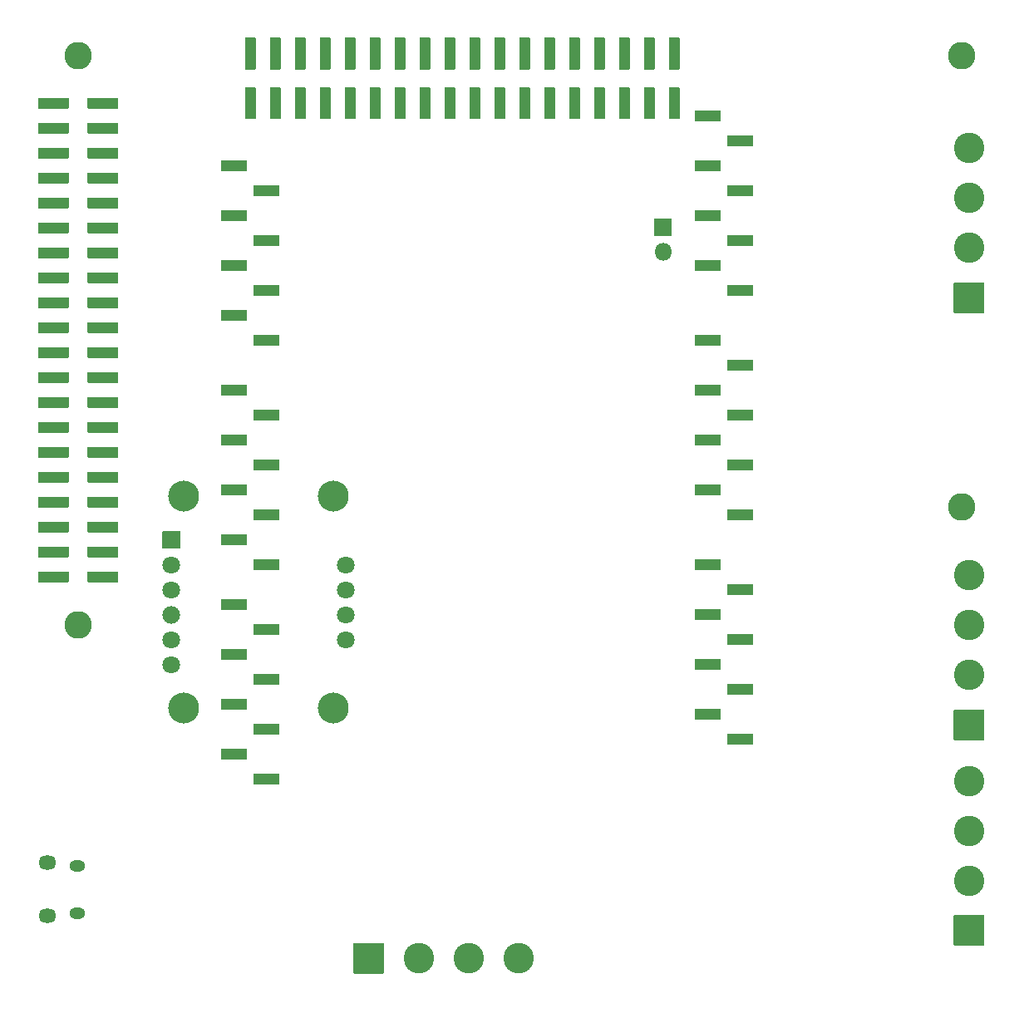
<source format=gbr>
G04 #@! TF.GenerationSoftware,KiCad,Pcbnew,5.99.0-unknown-1463dd1~101~ubuntu20.04.1*
G04 #@! TF.CreationDate,2020-07-08T00:09:36-04:00*
G04 #@! TF.ProjectId,goldhat,676f6c64-6861-4742-9e6b-696361645f70,rev?*
G04 #@! TF.SameCoordinates,Original*
G04 #@! TF.FileFunction,Soldermask,Bot*
G04 #@! TF.FilePolarity,Negative*
%FSLAX46Y46*%
G04 Gerber Fmt 4.6, Leading zero omitted, Abs format (unit mm)*
G04 Created by KiCad (PCBNEW 5.99.0-unknown-1463dd1~101~ubuntu20.04.1) date 2020-07-08 00:09:36*
%MOMM*%
%LPD*%
G01*
G04 APERTURE LIST*
%ADD10C,3.102000*%
%ADD11O,1.802000X1.802000*%
%ADD12C,3.150000*%
%ADD13C,1.802000*%
%ADD14C,2.802000*%
%ADD15O,1.802000X1.452000*%
%ADD16O,1.602000X1.202000*%
G04 APERTURE END LIST*
D10*
X195750000Y-113445250D03*
G36*
G01*
X197248266Y-130236250D02*
X194251734Y-130236250D01*
G75*
G02*
X194199000Y-130183516I0J52734D01*
G01*
X194199000Y-127186984D01*
G75*
G02*
X194251734Y-127134250I52734J0D01*
G01*
X197248266Y-127134250D01*
G75*
G02*
X197301000Y-127186984I0J-52734D01*
G01*
X197301000Y-130183516D01*
G75*
G02*
X197248266Y-130236250I-52734J0D01*
G01*
G37*
X195750000Y-118525250D03*
X195750000Y-123605250D03*
D11*
X164575000Y-124025000D03*
G36*
G01*
X163674000Y-122331940D02*
X163674000Y-120638060D01*
G75*
G02*
X163728060Y-120584000I54060J0D01*
G01*
X165421940Y-120584000D01*
G75*
G02*
X165476000Y-120638060I0J-54060D01*
G01*
X165476000Y-122331940D01*
G75*
G02*
X165421940Y-122386000I-54060J0D01*
G01*
X163728060Y-122386000D01*
G75*
G02*
X163674000Y-122331940I0J54060D01*
G01*
G37*
G36*
G01*
X113589000Y-154201940D02*
X113589000Y-152508060D01*
G75*
G02*
X113643060Y-152454000I54060J0D01*
G01*
X115336940Y-152454000D01*
G75*
G02*
X115391000Y-152508060I0J-54060D01*
G01*
X115391000Y-154201940D01*
G75*
G02*
X115336940Y-154256000I-54060J0D01*
G01*
X113643060Y-154256000D01*
G75*
G02*
X113589000Y-154201940I0J54060D01*
G01*
G37*
X114490000Y-160975000D03*
D12*
X115760000Y-148910000D03*
X131000000Y-170500000D03*
X115760000Y-170500000D03*
X131000000Y-148910000D03*
D13*
X132270000Y-155895000D03*
X132270000Y-158435000D03*
X132270000Y-160975000D03*
X132270000Y-163515000D03*
X114490000Y-166055000D03*
X114490000Y-163515000D03*
X114490000Y-160975000D03*
X114490000Y-158435000D03*
X114490000Y-155895000D03*
G36*
G01*
X171149000Y-158914798D02*
X171149000Y-157925202D01*
G75*
G02*
X171205202Y-157869000I56202J0D01*
G01*
X173704798Y-157869000D01*
G75*
G02*
X173761000Y-157925202I0J-56202D01*
G01*
X173761000Y-158914798D01*
G75*
G02*
X173704798Y-158971000I-56202J0D01*
G01*
X171205202Y-158971000D01*
G75*
G02*
X171149000Y-158914798I0J56202D01*
G01*
G37*
G36*
G01*
X171149000Y-163994798D02*
X171149000Y-163005202D01*
G75*
G02*
X171205202Y-162949000I56202J0D01*
G01*
X173704798Y-162949000D01*
G75*
G02*
X173761000Y-163005202I0J-56202D01*
G01*
X173761000Y-163994798D01*
G75*
G02*
X173704798Y-164051000I-56202J0D01*
G01*
X171205202Y-164051000D01*
G75*
G02*
X171149000Y-163994798I0J56202D01*
G01*
G37*
G36*
G01*
X171149000Y-169074798D02*
X171149000Y-168085202D01*
G75*
G02*
X171205202Y-168029000I56202J0D01*
G01*
X173704798Y-168029000D01*
G75*
G02*
X173761000Y-168085202I0J-56202D01*
G01*
X173761000Y-169074798D01*
G75*
G02*
X173704798Y-169131000I-56202J0D01*
G01*
X171205202Y-169131000D01*
G75*
G02*
X171149000Y-169074798I0J56202D01*
G01*
G37*
G36*
G01*
X171149000Y-174154798D02*
X171149000Y-173165202D01*
G75*
G02*
X171205202Y-173109000I56202J0D01*
G01*
X173704798Y-173109000D01*
G75*
G02*
X173761000Y-173165202I0J-56202D01*
G01*
X173761000Y-174154798D01*
G75*
G02*
X173704798Y-174211000I-56202J0D01*
G01*
X171205202Y-174211000D01*
G75*
G02*
X171149000Y-174154798I0J56202D01*
G01*
G37*
G36*
G01*
X167839000Y-156374798D02*
X167839000Y-155385202D01*
G75*
G02*
X167895202Y-155329000I56202J0D01*
G01*
X170394798Y-155329000D01*
G75*
G02*
X170451000Y-155385202I0J-56202D01*
G01*
X170451000Y-156374798D01*
G75*
G02*
X170394798Y-156431000I-56202J0D01*
G01*
X167895202Y-156431000D01*
G75*
G02*
X167839000Y-156374798I0J56202D01*
G01*
G37*
G36*
G01*
X167839000Y-161454798D02*
X167839000Y-160465202D01*
G75*
G02*
X167895202Y-160409000I56202J0D01*
G01*
X170394798Y-160409000D01*
G75*
G02*
X170451000Y-160465202I0J-56202D01*
G01*
X170451000Y-161454798D01*
G75*
G02*
X170394798Y-161511000I-56202J0D01*
G01*
X167895202Y-161511000D01*
G75*
G02*
X167839000Y-161454798I0J56202D01*
G01*
G37*
G36*
G01*
X167839000Y-166534798D02*
X167839000Y-165545202D01*
G75*
G02*
X167895202Y-165489000I56202J0D01*
G01*
X170394798Y-165489000D01*
G75*
G02*
X170451000Y-165545202I0J-56202D01*
G01*
X170451000Y-166534798D01*
G75*
G02*
X170394798Y-166591000I-56202J0D01*
G01*
X167895202Y-166591000D01*
G75*
G02*
X167839000Y-166534798I0J56202D01*
G01*
G37*
G36*
G01*
X167839000Y-171614798D02*
X167839000Y-170625202D01*
G75*
G02*
X167895202Y-170569000I56202J0D01*
G01*
X170394798Y-170569000D01*
G75*
G02*
X170451000Y-170625202I0J-56202D01*
G01*
X170451000Y-171614798D01*
G75*
G02*
X170394798Y-171671000I-56202J0D01*
G01*
X167895202Y-171671000D01*
G75*
G02*
X167839000Y-171614798I0J56202D01*
G01*
G37*
D14*
X195000000Y-104000000D03*
X195000000Y-150000000D03*
X105000000Y-162000000D03*
X105000000Y-104000000D03*
G36*
G01*
X171149000Y-113194798D02*
X171149000Y-112205202D01*
G75*
G02*
X171205202Y-112149000I56202J0D01*
G01*
X173704798Y-112149000D01*
G75*
G02*
X173761000Y-112205202I0J-56202D01*
G01*
X173761000Y-113194798D01*
G75*
G02*
X173704798Y-113251000I-56202J0D01*
G01*
X171205202Y-113251000D01*
G75*
G02*
X171149000Y-113194798I0J56202D01*
G01*
G37*
G36*
G01*
X171149000Y-118274798D02*
X171149000Y-117285202D01*
G75*
G02*
X171205202Y-117229000I56202J0D01*
G01*
X173704798Y-117229000D01*
G75*
G02*
X173761000Y-117285202I0J-56202D01*
G01*
X173761000Y-118274798D01*
G75*
G02*
X173704798Y-118331000I-56202J0D01*
G01*
X171205202Y-118331000D01*
G75*
G02*
X171149000Y-118274798I0J56202D01*
G01*
G37*
G36*
G01*
X171149000Y-123354798D02*
X171149000Y-122365202D01*
G75*
G02*
X171205202Y-122309000I56202J0D01*
G01*
X173704798Y-122309000D01*
G75*
G02*
X173761000Y-122365202I0J-56202D01*
G01*
X173761000Y-123354798D01*
G75*
G02*
X173704798Y-123411000I-56202J0D01*
G01*
X171205202Y-123411000D01*
G75*
G02*
X171149000Y-123354798I0J56202D01*
G01*
G37*
G36*
G01*
X171149000Y-128434798D02*
X171149000Y-127445202D01*
G75*
G02*
X171205202Y-127389000I56202J0D01*
G01*
X173704798Y-127389000D01*
G75*
G02*
X173761000Y-127445202I0J-56202D01*
G01*
X173761000Y-128434798D01*
G75*
G02*
X173704798Y-128491000I-56202J0D01*
G01*
X171205202Y-128491000D01*
G75*
G02*
X171149000Y-128434798I0J56202D01*
G01*
G37*
G36*
G01*
X167839000Y-110654798D02*
X167839000Y-109665202D01*
G75*
G02*
X167895202Y-109609000I56202J0D01*
G01*
X170394798Y-109609000D01*
G75*
G02*
X170451000Y-109665202I0J-56202D01*
G01*
X170451000Y-110654798D01*
G75*
G02*
X170394798Y-110711000I-56202J0D01*
G01*
X167895202Y-110711000D01*
G75*
G02*
X167839000Y-110654798I0J56202D01*
G01*
G37*
G36*
G01*
X167839000Y-115734798D02*
X167839000Y-114745202D01*
G75*
G02*
X167895202Y-114689000I56202J0D01*
G01*
X170394798Y-114689000D01*
G75*
G02*
X170451000Y-114745202I0J-56202D01*
G01*
X170451000Y-115734798D01*
G75*
G02*
X170394798Y-115791000I-56202J0D01*
G01*
X167895202Y-115791000D01*
G75*
G02*
X167839000Y-115734798I0J56202D01*
G01*
G37*
G36*
G01*
X167839000Y-120814798D02*
X167839000Y-119825202D01*
G75*
G02*
X167895202Y-119769000I56202J0D01*
G01*
X170394798Y-119769000D01*
G75*
G02*
X170451000Y-119825202I0J-56202D01*
G01*
X170451000Y-120814798D01*
G75*
G02*
X170394798Y-120871000I-56202J0D01*
G01*
X167895202Y-120871000D01*
G75*
G02*
X167839000Y-120814798I0J56202D01*
G01*
G37*
G36*
G01*
X167839000Y-125894798D02*
X167839000Y-124905202D01*
G75*
G02*
X167895202Y-124849000I56202J0D01*
G01*
X170394798Y-124849000D01*
G75*
G02*
X170451000Y-124905202I0J-56202D01*
G01*
X170451000Y-125894798D01*
G75*
G02*
X170394798Y-125951000I-56202J0D01*
G01*
X167895202Y-125951000D01*
G75*
G02*
X167839000Y-125894798I0J56202D01*
G01*
G37*
G36*
G01*
X165225202Y-107249000D02*
X166214798Y-107249000D01*
G75*
G02*
X166271000Y-107305202I0J-56202D01*
G01*
X166271000Y-110444798D01*
G75*
G02*
X166214798Y-110501000I-56202J0D01*
G01*
X165225202Y-110501000D01*
G75*
G02*
X165169000Y-110444798I0J56202D01*
G01*
X165169000Y-107305202D01*
G75*
G02*
X165225202Y-107249000I56202J0D01*
G01*
G37*
G36*
G01*
X165225202Y-102199000D02*
X166214798Y-102199000D01*
G75*
G02*
X166271000Y-102255202I0J-56202D01*
G01*
X166271000Y-105394798D01*
G75*
G02*
X166214798Y-105451000I-56202J0D01*
G01*
X165225202Y-105451000D01*
G75*
G02*
X165169000Y-105394798I0J56202D01*
G01*
X165169000Y-102255202D01*
G75*
G02*
X165225202Y-102199000I56202J0D01*
G01*
G37*
G36*
G01*
X162685202Y-107249000D02*
X163674798Y-107249000D01*
G75*
G02*
X163731000Y-107305202I0J-56202D01*
G01*
X163731000Y-110444798D01*
G75*
G02*
X163674798Y-110501000I-56202J0D01*
G01*
X162685202Y-110501000D01*
G75*
G02*
X162629000Y-110444798I0J56202D01*
G01*
X162629000Y-107305202D01*
G75*
G02*
X162685202Y-107249000I56202J0D01*
G01*
G37*
G36*
G01*
X162685202Y-102199000D02*
X163674798Y-102199000D01*
G75*
G02*
X163731000Y-102255202I0J-56202D01*
G01*
X163731000Y-105394798D01*
G75*
G02*
X163674798Y-105451000I-56202J0D01*
G01*
X162685202Y-105451000D01*
G75*
G02*
X162629000Y-105394798I0J56202D01*
G01*
X162629000Y-102255202D01*
G75*
G02*
X162685202Y-102199000I56202J0D01*
G01*
G37*
G36*
G01*
X160145202Y-107249000D02*
X161134798Y-107249000D01*
G75*
G02*
X161191000Y-107305202I0J-56202D01*
G01*
X161191000Y-110444798D01*
G75*
G02*
X161134798Y-110501000I-56202J0D01*
G01*
X160145202Y-110501000D01*
G75*
G02*
X160089000Y-110444798I0J56202D01*
G01*
X160089000Y-107305202D01*
G75*
G02*
X160145202Y-107249000I56202J0D01*
G01*
G37*
G36*
G01*
X160145202Y-102199000D02*
X161134798Y-102199000D01*
G75*
G02*
X161191000Y-102255202I0J-56202D01*
G01*
X161191000Y-105394798D01*
G75*
G02*
X161134798Y-105451000I-56202J0D01*
G01*
X160145202Y-105451000D01*
G75*
G02*
X160089000Y-105394798I0J56202D01*
G01*
X160089000Y-102255202D01*
G75*
G02*
X160145202Y-102199000I56202J0D01*
G01*
G37*
G36*
G01*
X157605202Y-107249000D02*
X158594798Y-107249000D01*
G75*
G02*
X158651000Y-107305202I0J-56202D01*
G01*
X158651000Y-110444798D01*
G75*
G02*
X158594798Y-110501000I-56202J0D01*
G01*
X157605202Y-110501000D01*
G75*
G02*
X157549000Y-110444798I0J56202D01*
G01*
X157549000Y-107305202D01*
G75*
G02*
X157605202Y-107249000I56202J0D01*
G01*
G37*
G36*
G01*
X157605202Y-102199000D02*
X158594798Y-102199000D01*
G75*
G02*
X158651000Y-102255202I0J-56202D01*
G01*
X158651000Y-105394798D01*
G75*
G02*
X158594798Y-105451000I-56202J0D01*
G01*
X157605202Y-105451000D01*
G75*
G02*
X157549000Y-105394798I0J56202D01*
G01*
X157549000Y-102255202D01*
G75*
G02*
X157605202Y-102199000I56202J0D01*
G01*
G37*
G36*
G01*
X155065202Y-107249000D02*
X156054798Y-107249000D01*
G75*
G02*
X156111000Y-107305202I0J-56202D01*
G01*
X156111000Y-110444798D01*
G75*
G02*
X156054798Y-110501000I-56202J0D01*
G01*
X155065202Y-110501000D01*
G75*
G02*
X155009000Y-110444798I0J56202D01*
G01*
X155009000Y-107305202D01*
G75*
G02*
X155065202Y-107249000I56202J0D01*
G01*
G37*
G36*
G01*
X155065202Y-102199000D02*
X156054798Y-102199000D01*
G75*
G02*
X156111000Y-102255202I0J-56202D01*
G01*
X156111000Y-105394798D01*
G75*
G02*
X156054798Y-105451000I-56202J0D01*
G01*
X155065202Y-105451000D01*
G75*
G02*
X155009000Y-105394798I0J56202D01*
G01*
X155009000Y-102255202D01*
G75*
G02*
X155065202Y-102199000I56202J0D01*
G01*
G37*
G36*
G01*
X152525202Y-107249000D02*
X153514798Y-107249000D01*
G75*
G02*
X153571000Y-107305202I0J-56202D01*
G01*
X153571000Y-110444798D01*
G75*
G02*
X153514798Y-110501000I-56202J0D01*
G01*
X152525202Y-110501000D01*
G75*
G02*
X152469000Y-110444798I0J56202D01*
G01*
X152469000Y-107305202D01*
G75*
G02*
X152525202Y-107249000I56202J0D01*
G01*
G37*
G36*
G01*
X152525202Y-102199000D02*
X153514798Y-102199000D01*
G75*
G02*
X153571000Y-102255202I0J-56202D01*
G01*
X153571000Y-105394798D01*
G75*
G02*
X153514798Y-105451000I-56202J0D01*
G01*
X152525202Y-105451000D01*
G75*
G02*
X152469000Y-105394798I0J56202D01*
G01*
X152469000Y-102255202D01*
G75*
G02*
X152525202Y-102199000I56202J0D01*
G01*
G37*
G36*
G01*
X149985202Y-107249000D02*
X150974798Y-107249000D01*
G75*
G02*
X151031000Y-107305202I0J-56202D01*
G01*
X151031000Y-110444798D01*
G75*
G02*
X150974798Y-110501000I-56202J0D01*
G01*
X149985202Y-110501000D01*
G75*
G02*
X149929000Y-110444798I0J56202D01*
G01*
X149929000Y-107305202D01*
G75*
G02*
X149985202Y-107249000I56202J0D01*
G01*
G37*
G36*
G01*
X149985202Y-102199000D02*
X150974798Y-102199000D01*
G75*
G02*
X151031000Y-102255202I0J-56202D01*
G01*
X151031000Y-105394798D01*
G75*
G02*
X150974798Y-105451000I-56202J0D01*
G01*
X149985202Y-105451000D01*
G75*
G02*
X149929000Y-105394798I0J56202D01*
G01*
X149929000Y-102255202D01*
G75*
G02*
X149985202Y-102199000I56202J0D01*
G01*
G37*
G36*
G01*
X147445202Y-107249000D02*
X148434798Y-107249000D01*
G75*
G02*
X148491000Y-107305202I0J-56202D01*
G01*
X148491000Y-110444798D01*
G75*
G02*
X148434798Y-110501000I-56202J0D01*
G01*
X147445202Y-110501000D01*
G75*
G02*
X147389000Y-110444798I0J56202D01*
G01*
X147389000Y-107305202D01*
G75*
G02*
X147445202Y-107249000I56202J0D01*
G01*
G37*
G36*
G01*
X147445202Y-102199000D02*
X148434798Y-102199000D01*
G75*
G02*
X148491000Y-102255202I0J-56202D01*
G01*
X148491000Y-105394798D01*
G75*
G02*
X148434798Y-105451000I-56202J0D01*
G01*
X147445202Y-105451000D01*
G75*
G02*
X147389000Y-105394798I0J56202D01*
G01*
X147389000Y-102255202D01*
G75*
G02*
X147445202Y-102199000I56202J0D01*
G01*
G37*
G36*
G01*
X144905202Y-107249000D02*
X145894798Y-107249000D01*
G75*
G02*
X145951000Y-107305202I0J-56202D01*
G01*
X145951000Y-110444798D01*
G75*
G02*
X145894798Y-110501000I-56202J0D01*
G01*
X144905202Y-110501000D01*
G75*
G02*
X144849000Y-110444798I0J56202D01*
G01*
X144849000Y-107305202D01*
G75*
G02*
X144905202Y-107249000I56202J0D01*
G01*
G37*
G36*
G01*
X144905202Y-102199000D02*
X145894798Y-102199000D01*
G75*
G02*
X145951000Y-102255202I0J-56202D01*
G01*
X145951000Y-105394798D01*
G75*
G02*
X145894798Y-105451000I-56202J0D01*
G01*
X144905202Y-105451000D01*
G75*
G02*
X144849000Y-105394798I0J56202D01*
G01*
X144849000Y-102255202D01*
G75*
G02*
X144905202Y-102199000I56202J0D01*
G01*
G37*
G36*
G01*
X142365202Y-107249000D02*
X143354798Y-107249000D01*
G75*
G02*
X143411000Y-107305202I0J-56202D01*
G01*
X143411000Y-110444798D01*
G75*
G02*
X143354798Y-110501000I-56202J0D01*
G01*
X142365202Y-110501000D01*
G75*
G02*
X142309000Y-110444798I0J56202D01*
G01*
X142309000Y-107305202D01*
G75*
G02*
X142365202Y-107249000I56202J0D01*
G01*
G37*
G36*
G01*
X142365202Y-102199000D02*
X143354798Y-102199000D01*
G75*
G02*
X143411000Y-102255202I0J-56202D01*
G01*
X143411000Y-105394798D01*
G75*
G02*
X143354798Y-105451000I-56202J0D01*
G01*
X142365202Y-105451000D01*
G75*
G02*
X142309000Y-105394798I0J56202D01*
G01*
X142309000Y-102255202D01*
G75*
G02*
X142365202Y-102199000I56202J0D01*
G01*
G37*
G36*
G01*
X139825202Y-107249000D02*
X140814798Y-107249000D01*
G75*
G02*
X140871000Y-107305202I0J-56202D01*
G01*
X140871000Y-110444798D01*
G75*
G02*
X140814798Y-110501000I-56202J0D01*
G01*
X139825202Y-110501000D01*
G75*
G02*
X139769000Y-110444798I0J56202D01*
G01*
X139769000Y-107305202D01*
G75*
G02*
X139825202Y-107249000I56202J0D01*
G01*
G37*
G36*
G01*
X139825202Y-102199000D02*
X140814798Y-102199000D01*
G75*
G02*
X140871000Y-102255202I0J-56202D01*
G01*
X140871000Y-105394798D01*
G75*
G02*
X140814798Y-105451000I-56202J0D01*
G01*
X139825202Y-105451000D01*
G75*
G02*
X139769000Y-105394798I0J56202D01*
G01*
X139769000Y-102255202D01*
G75*
G02*
X139825202Y-102199000I56202J0D01*
G01*
G37*
G36*
G01*
X137285202Y-107249000D02*
X138274798Y-107249000D01*
G75*
G02*
X138331000Y-107305202I0J-56202D01*
G01*
X138331000Y-110444798D01*
G75*
G02*
X138274798Y-110501000I-56202J0D01*
G01*
X137285202Y-110501000D01*
G75*
G02*
X137229000Y-110444798I0J56202D01*
G01*
X137229000Y-107305202D01*
G75*
G02*
X137285202Y-107249000I56202J0D01*
G01*
G37*
G36*
G01*
X137285202Y-102199000D02*
X138274798Y-102199000D01*
G75*
G02*
X138331000Y-102255202I0J-56202D01*
G01*
X138331000Y-105394798D01*
G75*
G02*
X138274798Y-105451000I-56202J0D01*
G01*
X137285202Y-105451000D01*
G75*
G02*
X137229000Y-105394798I0J56202D01*
G01*
X137229000Y-102255202D01*
G75*
G02*
X137285202Y-102199000I56202J0D01*
G01*
G37*
G36*
G01*
X134745202Y-107249000D02*
X135734798Y-107249000D01*
G75*
G02*
X135791000Y-107305202I0J-56202D01*
G01*
X135791000Y-110444798D01*
G75*
G02*
X135734798Y-110501000I-56202J0D01*
G01*
X134745202Y-110501000D01*
G75*
G02*
X134689000Y-110444798I0J56202D01*
G01*
X134689000Y-107305202D01*
G75*
G02*
X134745202Y-107249000I56202J0D01*
G01*
G37*
G36*
G01*
X134745202Y-102199000D02*
X135734798Y-102199000D01*
G75*
G02*
X135791000Y-102255202I0J-56202D01*
G01*
X135791000Y-105394798D01*
G75*
G02*
X135734798Y-105451000I-56202J0D01*
G01*
X134745202Y-105451000D01*
G75*
G02*
X134689000Y-105394798I0J56202D01*
G01*
X134689000Y-102255202D01*
G75*
G02*
X134745202Y-102199000I56202J0D01*
G01*
G37*
G36*
G01*
X132205202Y-107249000D02*
X133194798Y-107249000D01*
G75*
G02*
X133251000Y-107305202I0J-56202D01*
G01*
X133251000Y-110444798D01*
G75*
G02*
X133194798Y-110501000I-56202J0D01*
G01*
X132205202Y-110501000D01*
G75*
G02*
X132149000Y-110444798I0J56202D01*
G01*
X132149000Y-107305202D01*
G75*
G02*
X132205202Y-107249000I56202J0D01*
G01*
G37*
G36*
G01*
X132205202Y-102199000D02*
X133194798Y-102199000D01*
G75*
G02*
X133251000Y-102255202I0J-56202D01*
G01*
X133251000Y-105394798D01*
G75*
G02*
X133194798Y-105451000I-56202J0D01*
G01*
X132205202Y-105451000D01*
G75*
G02*
X132149000Y-105394798I0J56202D01*
G01*
X132149000Y-102255202D01*
G75*
G02*
X132205202Y-102199000I56202J0D01*
G01*
G37*
G36*
G01*
X129665202Y-107249000D02*
X130654798Y-107249000D01*
G75*
G02*
X130711000Y-107305202I0J-56202D01*
G01*
X130711000Y-110444798D01*
G75*
G02*
X130654798Y-110501000I-56202J0D01*
G01*
X129665202Y-110501000D01*
G75*
G02*
X129609000Y-110444798I0J56202D01*
G01*
X129609000Y-107305202D01*
G75*
G02*
X129665202Y-107249000I56202J0D01*
G01*
G37*
G36*
G01*
X129665202Y-102199000D02*
X130654798Y-102199000D01*
G75*
G02*
X130711000Y-102255202I0J-56202D01*
G01*
X130711000Y-105394798D01*
G75*
G02*
X130654798Y-105451000I-56202J0D01*
G01*
X129665202Y-105451000D01*
G75*
G02*
X129609000Y-105394798I0J56202D01*
G01*
X129609000Y-102255202D01*
G75*
G02*
X129665202Y-102199000I56202J0D01*
G01*
G37*
G36*
G01*
X127125202Y-107249000D02*
X128114798Y-107249000D01*
G75*
G02*
X128171000Y-107305202I0J-56202D01*
G01*
X128171000Y-110444798D01*
G75*
G02*
X128114798Y-110501000I-56202J0D01*
G01*
X127125202Y-110501000D01*
G75*
G02*
X127069000Y-110444798I0J56202D01*
G01*
X127069000Y-107305202D01*
G75*
G02*
X127125202Y-107249000I56202J0D01*
G01*
G37*
G36*
G01*
X127125202Y-102199000D02*
X128114798Y-102199000D01*
G75*
G02*
X128171000Y-102255202I0J-56202D01*
G01*
X128171000Y-105394798D01*
G75*
G02*
X128114798Y-105451000I-56202J0D01*
G01*
X127125202Y-105451000D01*
G75*
G02*
X127069000Y-105394798I0J56202D01*
G01*
X127069000Y-102255202D01*
G75*
G02*
X127125202Y-102199000I56202J0D01*
G01*
G37*
G36*
G01*
X124585202Y-107249000D02*
X125574798Y-107249000D01*
G75*
G02*
X125631000Y-107305202I0J-56202D01*
G01*
X125631000Y-110444798D01*
G75*
G02*
X125574798Y-110501000I-56202J0D01*
G01*
X124585202Y-110501000D01*
G75*
G02*
X124529000Y-110444798I0J56202D01*
G01*
X124529000Y-107305202D01*
G75*
G02*
X124585202Y-107249000I56202J0D01*
G01*
G37*
G36*
G01*
X124585202Y-102199000D02*
X125574798Y-102199000D01*
G75*
G02*
X125631000Y-102255202I0J-56202D01*
G01*
X125631000Y-105394798D01*
G75*
G02*
X125574798Y-105451000I-56202J0D01*
G01*
X124585202Y-105451000D01*
G75*
G02*
X124529000Y-105394798I0J56202D01*
G01*
X124529000Y-102255202D01*
G75*
G02*
X124585202Y-102199000I56202J0D01*
G01*
G37*
G36*
G01*
X122045202Y-107249000D02*
X123034798Y-107249000D01*
G75*
G02*
X123091000Y-107305202I0J-56202D01*
G01*
X123091000Y-110444798D01*
G75*
G02*
X123034798Y-110501000I-56202J0D01*
G01*
X122045202Y-110501000D01*
G75*
G02*
X121989000Y-110444798I0J56202D01*
G01*
X121989000Y-107305202D01*
G75*
G02*
X122045202Y-107249000I56202J0D01*
G01*
G37*
G36*
G01*
X122045202Y-102199000D02*
X123034798Y-102199000D01*
G75*
G02*
X123091000Y-102255202I0J-56202D01*
G01*
X123091000Y-105394798D01*
G75*
G02*
X123034798Y-105451000I-56202J0D01*
G01*
X122045202Y-105451000D01*
G75*
G02*
X121989000Y-105394798I0J56202D01*
G01*
X121989000Y-102255202D01*
G75*
G02*
X122045202Y-102199000I56202J0D01*
G01*
G37*
G36*
G01*
X100929000Y-109364798D02*
X100929000Y-108375202D01*
G75*
G02*
X100985202Y-108319000I56202J0D01*
G01*
X103974798Y-108319000D01*
G75*
G02*
X104031000Y-108375202I0J-56202D01*
G01*
X104031000Y-109364798D01*
G75*
G02*
X103974798Y-109421000I-56202J0D01*
G01*
X100985202Y-109421000D01*
G75*
G02*
X100929000Y-109364798I0J56202D01*
G01*
G37*
G36*
G01*
X105969000Y-109364798D02*
X105969000Y-108375202D01*
G75*
G02*
X106025202Y-108319000I56202J0D01*
G01*
X109014798Y-108319000D01*
G75*
G02*
X109071000Y-108375202I0J-56202D01*
G01*
X109071000Y-109364798D01*
G75*
G02*
X109014798Y-109421000I-56202J0D01*
G01*
X106025202Y-109421000D01*
G75*
G02*
X105969000Y-109364798I0J56202D01*
G01*
G37*
G36*
G01*
X100929000Y-111904798D02*
X100929000Y-110915202D01*
G75*
G02*
X100985202Y-110859000I56202J0D01*
G01*
X103974798Y-110859000D01*
G75*
G02*
X104031000Y-110915202I0J-56202D01*
G01*
X104031000Y-111904798D01*
G75*
G02*
X103974798Y-111961000I-56202J0D01*
G01*
X100985202Y-111961000D01*
G75*
G02*
X100929000Y-111904798I0J56202D01*
G01*
G37*
G36*
G01*
X105969000Y-111904798D02*
X105969000Y-110915202D01*
G75*
G02*
X106025202Y-110859000I56202J0D01*
G01*
X109014798Y-110859000D01*
G75*
G02*
X109071000Y-110915202I0J-56202D01*
G01*
X109071000Y-111904798D01*
G75*
G02*
X109014798Y-111961000I-56202J0D01*
G01*
X106025202Y-111961000D01*
G75*
G02*
X105969000Y-111904798I0J56202D01*
G01*
G37*
G36*
G01*
X100929000Y-114444798D02*
X100929000Y-113455202D01*
G75*
G02*
X100985202Y-113399000I56202J0D01*
G01*
X103974798Y-113399000D01*
G75*
G02*
X104031000Y-113455202I0J-56202D01*
G01*
X104031000Y-114444798D01*
G75*
G02*
X103974798Y-114501000I-56202J0D01*
G01*
X100985202Y-114501000D01*
G75*
G02*
X100929000Y-114444798I0J56202D01*
G01*
G37*
G36*
G01*
X105969000Y-114444798D02*
X105969000Y-113455202D01*
G75*
G02*
X106025202Y-113399000I56202J0D01*
G01*
X109014798Y-113399000D01*
G75*
G02*
X109071000Y-113455202I0J-56202D01*
G01*
X109071000Y-114444798D01*
G75*
G02*
X109014798Y-114501000I-56202J0D01*
G01*
X106025202Y-114501000D01*
G75*
G02*
X105969000Y-114444798I0J56202D01*
G01*
G37*
G36*
G01*
X100929000Y-116984798D02*
X100929000Y-115995202D01*
G75*
G02*
X100985202Y-115939000I56202J0D01*
G01*
X103974798Y-115939000D01*
G75*
G02*
X104031000Y-115995202I0J-56202D01*
G01*
X104031000Y-116984798D01*
G75*
G02*
X103974798Y-117041000I-56202J0D01*
G01*
X100985202Y-117041000D01*
G75*
G02*
X100929000Y-116984798I0J56202D01*
G01*
G37*
G36*
G01*
X105969000Y-116984798D02*
X105969000Y-115995202D01*
G75*
G02*
X106025202Y-115939000I56202J0D01*
G01*
X109014798Y-115939000D01*
G75*
G02*
X109071000Y-115995202I0J-56202D01*
G01*
X109071000Y-116984798D01*
G75*
G02*
X109014798Y-117041000I-56202J0D01*
G01*
X106025202Y-117041000D01*
G75*
G02*
X105969000Y-116984798I0J56202D01*
G01*
G37*
G36*
G01*
X100929000Y-119524798D02*
X100929000Y-118535202D01*
G75*
G02*
X100985202Y-118479000I56202J0D01*
G01*
X103974798Y-118479000D01*
G75*
G02*
X104031000Y-118535202I0J-56202D01*
G01*
X104031000Y-119524798D01*
G75*
G02*
X103974798Y-119581000I-56202J0D01*
G01*
X100985202Y-119581000D01*
G75*
G02*
X100929000Y-119524798I0J56202D01*
G01*
G37*
G36*
G01*
X105969000Y-119524798D02*
X105969000Y-118535202D01*
G75*
G02*
X106025202Y-118479000I56202J0D01*
G01*
X109014798Y-118479000D01*
G75*
G02*
X109071000Y-118535202I0J-56202D01*
G01*
X109071000Y-119524798D01*
G75*
G02*
X109014798Y-119581000I-56202J0D01*
G01*
X106025202Y-119581000D01*
G75*
G02*
X105969000Y-119524798I0J56202D01*
G01*
G37*
G36*
G01*
X100929000Y-122064798D02*
X100929000Y-121075202D01*
G75*
G02*
X100985202Y-121019000I56202J0D01*
G01*
X103974798Y-121019000D01*
G75*
G02*
X104031000Y-121075202I0J-56202D01*
G01*
X104031000Y-122064798D01*
G75*
G02*
X103974798Y-122121000I-56202J0D01*
G01*
X100985202Y-122121000D01*
G75*
G02*
X100929000Y-122064798I0J56202D01*
G01*
G37*
G36*
G01*
X105969000Y-122064798D02*
X105969000Y-121075202D01*
G75*
G02*
X106025202Y-121019000I56202J0D01*
G01*
X109014798Y-121019000D01*
G75*
G02*
X109071000Y-121075202I0J-56202D01*
G01*
X109071000Y-122064798D01*
G75*
G02*
X109014798Y-122121000I-56202J0D01*
G01*
X106025202Y-122121000D01*
G75*
G02*
X105969000Y-122064798I0J56202D01*
G01*
G37*
G36*
G01*
X100929000Y-124604798D02*
X100929000Y-123615202D01*
G75*
G02*
X100985202Y-123559000I56202J0D01*
G01*
X103974798Y-123559000D01*
G75*
G02*
X104031000Y-123615202I0J-56202D01*
G01*
X104031000Y-124604798D01*
G75*
G02*
X103974798Y-124661000I-56202J0D01*
G01*
X100985202Y-124661000D01*
G75*
G02*
X100929000Y-124604798I0J56202D01*
G01*
G37*
G36*
G01*
X105969000Y-124604798D02*
X105969000Y-123615202D01*
G75*
G02*
X106025202Y-123559000I56202J0D01*
G01*
X109014798Y-123559000D01*
G75*
G02*
X109071000Y-123615202I0J-56202D01*
G01*
X109071000Y-124604798D01*
G75*
G02*
X109014798Y-124661000I-56202J0D01*
G01*
X106025202Y-124661000D01*
G75*
G02*
X105969000Y-124604798I0J56202D01*
G01*
G37*
G36*
G01*
X100929000Y-127144798D02*
X100929000Y-126155202D01*
G75*
G02*
X100985202Y-126099000I56202J0D01*
G01*
X103974798Y-126099000D01*
G75*
G02*
X104031000Y-126155202I0J-56202D01*
G01*
X104031000Y-127144798D01*
G75*
G02*
X103974798Y-127201000I-56202J0D01*
G01*
X100985202Y-127201000D01*
G75*
G02*
X100929000Y-127144798I0J56202D01*
G01*
G37*
G36*
G01*
X105969000Y-127144798D02*
X105969000Y-126155202D01*
G75*
G02*
X106025202Y-126099000I56202J0D01*
G01*
X109014798Y-126099000D01*
G75*
G02*
X109071000Y-126155202I0J-56202D01*
G01*
X109071000Y-127144798D01*
G75*
G02*
X109014798Y-127201000I-56202J0D01*
G01*
X106025202Y-127201000D01*
G75*
G02*
X105969000Y-127144798I0J56202D01*
G01*
G37*
G36*
G01*
X100929000Y-129684798D02*
X100929000Y-128695202D01*
G75*
G02*
X100985202Y-128639000I56202J0D01*
G01*
X103974798Y-128639000D01*
G75*
G02*
X104031000Y-128695202I0J-56202D01*
G01*
X104031000Y-129684798D01*
G75*
G02*
X103974798Y-129741000I-56202J0D01*
G01*
X100985202Y-129741000D01*
G75*
G02*
X100929000Y-129684798I0J56202D01*
G01*
G37*
G36*
G01*
X105969000Y-129684798D02*
X105969000Y-128695202D01*
G75*
G02*
X106025202Y-128639000I56202J0D01*
G01*
X109014798Y-128639000D01*
G75*
G02*
X109071000Y-128695202I0J-56202D01*
G01*
X109071000Y-129684798D01*
G75*
G02*
X109014798Y-129741000I-56202J0D01*
G01*
X106025202Y-129741000D01*
G75*
G02*
X105969000Y-129684798I0J56202D01*
G01*
G37*
G36*
G01*
X100929000Y-132224798D02*
X100929000Y-131235202D01*
G75*
G02*
X100985202Y-131179000I56202J0D01*
G01*
X103974798Y-131179000D01*
G75*
G02*
X104031000Y-131235202I0J-56202D01*
G01*
X104031000Y-132224798D01*
G75*
G02*
X103974798Y-132281000I-56202J0D01*
G01*
X100985202Y-132281000D01*
G75*
G02*
X100929000Y-132224798I0J56202D01*
G01*
G37*
G36*
G01*
X105969000Y-132224798D02*
X105969000Y-131235202D01*
G75*
G02*
X106025202Y-131179000I56202J0D01*
G01*
X109014798Y-131179000D01*
G75*
G02*
X109071000Y-131235202I0J-56202D01*
G01*
X109071000Y-132224798D01*
G75*
G02*
X109014798Y-132281000I-56202J0D01*
G01*
X106025202Y-132281000D01*
G75*
G02*
X105969000Y-132224798I0J56202D01*
G01*
G37*
G36*
G01*
X100929000Y-134764798D02*
X100929000Y-133775202D01*
G75*
G02*
X100985202Y-133719000I56202J0D01*
G01*
X103974798Y-133719000D01*
G75*
G02*
X104031000Y-133775202I0J-56202D01*
G01*
X104031000Y-134764798D01*
G75*
G02*
X103974798Y-134821000I-56202J0D01*
G01*
X100985202Y-134821000D01*
G75*
G02*
X100929000Y-134764798I0J56202D01*
G01*
G37*
G36*
G01*
X105969000Y-134764798D02*
X105969000Y-133775202D01*
G75*
G02*
X106025202Y-133719000I56202J0D01*
G01*
X109014798Y-133719000D01*
G75*
G02*
X109071000Y-133775202I0J-56202D01*
G01*
X109071000Y-134764798D01*
G75*
G02*
X109014798Y-134821000I-56202J0D01*
G01*
X106025202Y-134821000D01*
G75*
G02*
X105969000Y-134764798I0J56202D01*
G01*
G37*
G36*
G01*
X100929000Y-137304798D02*
X100929000Y-136315202D01*
G75*
G02*
X100985202Y-136259000I56202J0D01*
G01*
X103974798Y-136259000D01*
G75*
G02*
X104031000Y-136315202I0J-56202D01*
G01*
X104031000Y-137304798D01*
G75*
G02*
X103974798Y-137361000I-56202J0D01*
G01*
X100985202Y-137361000D01*
G75*
G02*
X100929000Y-137304798I0J56202D01*
G01*
G37*
G36*
G01*
X105969000Y-137304798D02*
X105969000Y-136315202D01*
G75*
G02*
X106025202Y-136259000I56202J0D01*
G01*
X109014798Y-136259000D01*
G75*
G02*
X109071000Y-136315202I0J-56202D01*
G01*
X109071000Y-137304798D01*
G75*
G02*
X109014798Y-137361000I-56202J0D01*
G01*
X106025202Y-137361000D01*
G75*
G02*
X105969000Y-137304798I0J56202D01*
G01*
G37*
G36*
G01*
X100929000Y-139844798D02*
X100929000Y-138855202D01*
G75*
G02*
X100985202Y-138799000I56202J0D01*
G01*
X103974798Y-138799000D01*
G75*
G02*
X104031000Y-138855202I0J-56202D01*
G01*
X104031000Y-139844798D01*
G75*
G02*
X103974798Y-139901000I-56202J0D01*
G01*
X100985202Y-139901000D01*
G75*
G02*
X100929000Y-139844798I0J56202D01*
G01*
G37*
G36*
G01*
X105969000Y-139844798D02*
X105969000Y-138855202D01*
G75*
G02*
X106025202Y-138799000I56202J0D01*
G01*
X109014798Y-138799000D01*
G75*
G02*
X109071000Y-138855202I0J-56202D01*
G01*
X109071000Y-139844798D01*
G75*
G02*
X109014798Y-139901000I-56202J0D01*
G01*
X106025202Y-139901000D01*
G75*
G02*
X105969000Y-139844798I0J56202D01*
G01*
G37*
G36*
G01*
X100929000Y-142384798D02*
X100929000Y-141395202D01*
G75*
G02*
X100985202Y-141339000I56202J0D01*
G01*
X103974798Y-141339000D01*
G75*
G02*
X104031000Y-141395202I0J-56202D01*
G01*
X104031000Y-142384798D01*
G75*
G02*
X103974798Y-142441000I-56202J0D01*
G01*
X100985202Y-142441000D01*
G75*
G02*
X100929000Y-142384798I0J56202D01*
G01*
G37*
G36*
G01*
X105969000Y-142384798D02*
X105969000Y-141395202D01*
G75*
G02*
X106025202Y-141339000I56202J0D01*
G01*
X109014798Y-141339000D01*
G75*
G02*
X109071000Y-141395202I0J-56202D01*
G01*
X109071000Y-142384798D01*
G75*
G02*
X109014798Y-142441000I-56202J0D01*
G01*
X106025202Y-142441000D01*
G75*
G02*
X105969000Y-142384798I0J56202D01*
G01*
G37*
G36*
G01*
X100929000Y-144924798D02*
X100929000Y-143935202D01*
G75*
G02*
X100985202Y-143879000I56202J0D01*
G01*
X103974798Y-143879000D01*
G75*
G02*
X104031000Y-143935202I0J-56202D01*
G01*
X104031000Y-144924798D01*
G75*
G02*
X103974798Y-144981000I-56202J0D01*
G01*
X100985202Y-144981000D01*
G75*
G02*
X100929000Y-144924798I0J56202D01*
G01*
G37*
G36*
G01*
X105969000Y-144924798D02*
X105969000Y-143935202D01*
G75*
G02*
X106025202Y-143879000I56202J0D01*
G01*
X109014798Y-143879000D01*
G75*
G02*
X109071000Y-143935202I0J-56202D01*
G01*
X109071000Y-144924798D01*
G75*
G02*
X109014798Y-144981000I-56202J0D01*
G01*
X106025202Y-144981000D01*
G75*
G02*
X105969000Y-144924798I0J56202D01*
G01*
G37*
G36*
G01*
X100929000Y-147464798D02*
X100929000Y-146475202D01*
G75*
G02*
X100985202Y-146419000I56202J0D01*
G01*
X103974798Y-146419000D01*
G75*
G02*
X104031000Y-146475202I0J-56202D01*
G01*
X104031000Y-147464798D01*
G75*
G02*
X103974798Y-147521000I-56202J0D01*
G01*
X100985202Y-147521000D01*
G75*
G02*
X100929000Y-147464798I0J56202D01*
G01*
G37*
G36*
G01*
X105969000Y-147464798D02*
X105969000Y-146475202D01*
G75*
G02*
X106025202Y-146419000I56202J0D01*
G01*
X109014798Y-146419000D01*
G75*
G02*
X109071000Y-146475202I0J-56202D01*
G01*
X109071000Y-147464798D01*
G75*
G02*
X109014798Y-147521000I-56202J0D01*
G01*
X106025202Y-147521000D01*
G75*
G02*
X105969000Y-147464798I0J56202D01*
G01*
G37*
G36*
G01*
X100929000Y-150004798D02*
X100929000Y-149015202D01*
G75*
G02*
X100985202Y-148959000I56202J0D01*
G01*
X103974798Y-148959000D01*
G75*
G02*
X104031000Y-149015202I0J-56202D01*
G01*
X104031000Y-150004798D01*
G75*
G02*
X103974798Y-150061000I-56202J0D01*
G01*
X100985202Y-150061000D01*
G75*
G02*
X100929000Y-150004798I0J56202D01*
G01*
G37*
G36*
G01*
X105969000Y-150004798D02*
X105969000Y-149015202D01*
G75*
G02*
X106025202Y-148959000I56202J0D01*
G01*
X109014798Y-148959000D01*
G75*
G02*
X109071000Y-149015202I0J-56202D01*
G01*
X109071000Y-150004798D01*
G75*
G02*
X109014798Y-150061000I-56202J0D01*
G01*
X106025202Y-150061000D01*
G75*
G02*
X105969000Y-150004798I0J56202D01*
G01*
G37*
G36*
G01*
X100929000Y-152544798D02*
X100929000Y-151555202D01*
G75*
G02*
X100985202Y-151499000I56202J0D01*
G01*
X103974798Y-151499000D01*
G75*
G02*
X104031000Y-151555202I0J-56202D01*
G01*
X104031000Y-152544798D01*
G75*
G02*
X103974798Y-152601000I-56202J0D01*
G01*
X100985202Y-152601000D01*
G75*
G02*
X100929000Y-152544798I0J56202D01*
G01*
G37*
G36*
G01*
X105969000Y-152544798D02*
X105969000Y-151555202D01*
G75*
G02*
X106025202Y-151499000I56202J0D01*
G01*
X109014798Y-151499000D01*
G75*
G02*
X109071000Y-151555202I0J-56202D01*
G01*
X109071000Y-152544798D01*
G75*
G02*
X109014798Y-152601000I-56202J0D01*
G01*
X106025202Y-152601000D01*
G75*
G02*
X105969000Y-152544798I0J56202D01*
G01*
G37*
G36*
G01*
X100929000Y-155084798D02*
X100929000Y-154095202D01*
G75*
G02*
X100985202Y-154039000I56202J0D01*
G01*
X103974798Y-154039000D01*
G75*
G02*
X104031000Y-154095202I0J-56202D01*
G01*
X104031000Y-155084798D01*
G75*
G02*
X103974798Y-155141000I-56202J0D01*
G01*
X100985202Y-155141000D01*
G75*
G02*
X100929000Y-155084798I0J56202D01*
G01*
G37*
G36*
G01*
X105969000Y-155084798D02*
X105969000Y-154095202D01*
G75*
G02*
X106025202Y-154039000I56202J0D01*
G01*
X109014798Y-154039000D01*
G75*
G02*
X109071000Y-154095202I0J-56202D01*
G01*
X109071000Y-155084798D01*
G75*
G02*
X109014798Y-155141000I-56202J0D01*
G01*
X106025202Y-155141000D01*
G75*
G02*
X105969000Y-155084798I0J56202D01*
G01*
G37*
G36*
G01*
X100929000Y-157624798D02*
X100929000Y-156635202D01*
G75*
G02*
X100985202Y-156579000I56202J0D01*
G01*
X103974798Y-156579000D01*
G75*
G02*
X104031000Y-156635202I0J-56202D01*
G01*
X104031000Y-157624798D01*
G75*
G02*
X103974798Y-157681000I-56202J0D01*
G01*
X100985202Y-157681000D01*
G75*
G02*
X100929000Y-157624798I0J56202D01*
G01*
G37*
G36*
G01*
X105969000Y-157624798D02*
X105969000Y-156635202D01*
G75*
G02*
X106025202Y-156579000I56202J0D01*
G01*
X109014798Y-156579000D01*
G75*
G02*
X109071000Y-156635202I0J-56202D01*
G01*
X109071000Y-157624798D01*
G75*
G02*
X109014798Y-157681000I-56202J0D01*
G01*
X106025202Y-157681000D01*
G75*
G02*
X105969000Y-157624798I0J56202D01*
G01*
G37*
G36*
G01*
X122889000Y-118274798D02*
X122889000Y-117285202D01*
G75*
G02*
X122945202Y-117229000I56202J0D01*
G01*
X125444798Y-117229000D01*
G75*
G02*
X125501000Y-117285202I0J-56202D01*
G01*
X125501000Y-118274798D01*
G75*
G02*
X125444798Y-118331000I-56202J0D01*
G01*
X122945202Y-118331000D01*
G75*
G02*
X122889000Y-118274798I0J56202D01*
G01*
G37*
G36*
G01*
X122889000Y-123354798D02*
X122889000Y-122365202D01*
G75*
G02*
X122945202Y-122309000I56202J0D01*
G01*
X125444798Y-122309000D01*
G75*
G02*
X125501000Y-122365202I0J-56202D01*
G01*
X125501000Y-123354798D01*
G75*
G02*
X125444798Y-123411000I-56202J0D01*
G01*
X122945202Y-123411000D01*
G75*
G02*
X122889000Y-123354798I0J56202D01*
G01*
G37*
G36*
G01*
X122889000Y-128434798D02*
X122889000Y-127445202D01*
G75*
G02*
X122945202Y-127389000I56202J0D01*
G01*
X125444798Y-127389000D01*
G75*
G02*
X125501000Y-127445202I0J-56202D01*
G01*
X125501000Y-128434798D01*
G75*
G02*
X125444798Y-128491000I-56202J0D01*
G01*
X122945202Y-128491000D01*
G75*
G02*
X122889000Y-128434798I0J56202D01*
G01*
G37*
G36*
G01*
X122889000Y-133514798D02*
X122889000Y-132525202D01*
G75*
G02*
X122945202Y-132469000I56202J0D01*
G01*
X125444798Y-132469000D01*
G75*
G02*
X125501000Y-132525202I0J-56202D01*
G01*
X125501000Y-133514798D01*
G75*
G02*
X125444798Y-133571000I-56202J0D01*
G01*
X122945202Y-133571000D01*
G75*
G02*
X122889000Y-133514798I0J56202D01*
G01*
G37*
G36*
G01*
X119579000Y-115734798D02*
X119579000Y-114745202D01*
G75*
G02*
X119635202Y-114689000I56202J0D01*
G01*
X122134798Y-114689000D01*
G75*
G02*
X122191000Y-114745202I0J-56202D01*
G01*
X122191000Y-115734798D01*
G75*
G02*
X122134798Y-115791000I-56202J0D01*
G01*
X119635202Y-115791000D01*
G75*
G02*
X119579000Y-115734798I0J56202D01*
G01*
G37*
G36*
G01*
X119579000Y-120814798D02*
X119579000Y-119825202D01*
G75*
G02*
X119635202Y-119769000I56202J0D01*
G01*
X122134798Y-119769000D01*
G75*
G02*
X122191000Y-119825202I0J-56202D01*
G01*
X122191000Y-120814798D01*
G75*
G02*
X122134798Y-120871000I-56202J0D01*
G01*
X119635202Y-120871000D01*
G75*
G02*
X119579000Y-120814798I0J56202D01*
G01*
G37*
G36*
G01*
X119579000Y-125894798D02*
X119579000Y-124905202D01*
G75*
G02*
X119635202Y-124849000I56202J0D01*
G01*
X122134798Y-124849000D01*
G75*
G02*
X122191000Y-124905202I0J-56202D01*
G01*
X122191000Y-125894798D01*
G75*
G02*
X122134798Y-125951000I-56202J0D01*
G01*
X119635202Y-125951000D01*
G75*
G02*
X119579000Y-125894798I0J56202D01*
G01*
G37*
G36*
G01*
X119579000Y-130974798D02*
X119579000Y-129985202D01*
G75*
G02*
X119635202Y-129929000I56202J0D01*
G01*
X122134798Y-129929000D01*
G75*
G02*
X122191000Y-129985202I0J-56202D01*
G01*
X122191000Y-130974798D01*
G75*
G02*
X122134798Y-131031000I-56202J0D01*
G01*
X119635202Y-131031000D01*
G75*
G02*
X119579000Y-130974798I0J56202D01*
G01*
G37*
G36*
G01*
X122191000Y-174689202D02*
X122191000Y-175678798D01*
G75*
G02*
X122134798Y-175735000I-56202J0D01*
G01*
X119635202Y-175735000D01*
G75*
G02*
X119579000Y-175678798I0J56202D01*
G01*
X119579000Y-174689202D01*
G75*
G02*
X119635202Y-174633000I56202J0D01*
G01*
X122134798Y-174633000D01*
G75*
G02*
X122191000Y-174689202I0J-56202D01*
G01*
G37*
G36*
G01*
X122191000Y-169609202D02*
X122191000Y-170598798D01*
G75*
G02*
X122134798Y-170655000I-56202J0D01*
G01*
X119635202Y-170655000D01*
G75*
G02*
X119579000Y-170598798I0J56202D01*
G01*
X119579000Y-169609202D01*
G75*
G02*
X119635202Y-169553000I56202J0D01*
G01*
X122134798Y-169553000D01*
G75*
G02*
X122191000Y-169609202I0J-56202D01*
G01*
G37*
G36*
G01*
X122191000Y-164529202D02*
X122191000Y-165518798D01*
G75*
G02*
X122134798Y-165575000I-56202J0D01*
G01*
X119635202Y-165575000D01*
G75*
G02*
X119579000Y-165518798I0J56202D01*
G01*
X119579000Y-164529202D01*
G75*
G02*
X119635202Y-164473000I56202J0D01*
G01*
X122134798Y-164473000D01*
G75*
G02*
X122191000Y-164529202I0J-56202D01*
G01*
G37*
G36*
G01*
X122191000Y-159449202D02*
X122191000Y-160438798D01*
G75*
G02*
X122134798Y-160495000I-56202J0D01*
G01*
X119635202Y-160495000D01*
G75*
G02*
X119579000Y-160438798I0J56202D01*
G01*
X119579000Y-159449202D01*
G75*
G02*
X119635202Y-159393000I56202J0D01*
G01*
X122134798Y-159393000D01*
G75*
G02*
X122191000Y-159449202I0J-56202D01*
G01*
G37*
G36*
G01*
X125501000Y-177229202D02*
X125501000Y-178218798D01*
G75*
G02*
X125444798Y-178275000I-56202J0D01*
G01*
X122945202Y-178275000D01*
G75*
G02*
X122889000Y-178218798I0J56202D01*
G01*
X122889000Y-177229202D01*
G75*
G02*
X122945202Y-177173000I56202J0D01*
G01*
X125444798Y-177173000D01*
G75*
G02*
X125501000Y-177229202I0J-56202D01*
G01*
G37*
G36*
G01*
X125501000Y-172149202D02*
X125501000Y-173138798D01*
G75*
G02*
X125444798Y-173195000I-56202J0D01*
G01*
X122945202Y-173195000D01*
G75*
G02*
X122889000Y-173138798I0J56202D01*
G01*
X122889000Y-172149202D01*
G75*
G02*
X122945202Y-172093000I56202J0D01*
G01*
X125444798Y-172093000D01*
G75*
G02*
X125501000Y-172149202I0J-56202D01*
G01*
G37*
G36*
G01*
X125501000Y-167069202D02*
X125501000Y-168058798D01*
G75*
G02*
X125444798Y-168115000I-56202J0D01*
G01*
X122945202Y-168115000D01*
G75*
G02*
X122889000Y-168058798I0J56202D01*
G01*
X122889000Y-167069202D01*
G75*
G02*
X122945202Y-167013000I56202J0D01*
G01*
X125444798Y-167013000D01*
G75*
G02*
X125501000Y-167069202I0J-56202D01*
G01*
G37*
G36*
G01*
X125501000Y-161989202D02*
X125501000Y-162978798D01*
G75*
G02*
X125444798Y-163035000I-56202J0D01*
G01*
X122945202Y-163035000D01*
G75*
G02*
X122889000Y-162978798I0J56202D01*
G01*
X122889000Y-161989202D01*
G75*
G02*
X122945202Y-161933000I56202J0D01*
G01*
X125444798Y-161933000D01*
G75*
G02*
X125501000Y-161989202I0J-56202D01*
G01*
G37*
G36*
G01*
X122191000Y-152845202D02*
X122191000Y-153834798D01*
G75*
G02*
X122134798Y-153891000I-56202J0D01*
G01*
X119635202Y-153891000D01*
G75*
G02*
X119579000Y-153834798I0J56202D01*
G01*
X119579000Y-152845202D01*
G75*
G02*
X119635202Y-152789000I56202J0D01*
G01*
X122134798Y-152789000D01*
G75*
G02*
X122191000Y-152845202I0J-56202D01*
G01*
G37*
G36*
G01*
X122191000Y-147765202D02*
X122191000Y-148754798D01*
G75*
G02*
X122134798Y-148811000I-56202J0D01*
G01*
X119635202Y-148811000D01*
G75*
G02*
X119579000Y-148754798I0J56202D01*
G01*
X119579000Y-147765202D01*
G75*
G02*
X119635202Y-147709000I56202J0D01*
G01*
X122134798Y-147709000D01*
G75*
G02*
X122191000Y-147765202I0J-56202D01*
G01*
G37*
G36*
G01*
X122191000Y-142685202D02*
X122191000Y-143674798D01*
G75*
G02*
X122134798Y-143731000I-56202J0D01*
G01*
X119635202Y-143731000D01*
G75*
G02*
X119579000Y-143674798I0J56202D01*
G01*
X119579000Y-142685202D01*
G75*
G02*
X119635202Y-142629000I56202J0D01*
G01*
X122134798Y-142629000D01*
G75*
G02*
X122191000Y-142685202I0J-56202D01*
G01*
G37*
G36*
G01*
X122191000Y-137605202D02*
X122191000Y-138594798D01*
G75*
G02*
X122134798Y-138651000I-56202J0D01*
G01*
X119635202Y-138651000D01*
G75*
G02*
X119579000Y-138594798I0J56202D01*
G01*
X119579000Y-137605202D01*
G75*
G02*
X119635202Y-137549000I56202J0D01*
G01*
X122134798Y-137549000D01*
G75*
G02*
X122191000Y-137605202I0J-56202D01*
G01*
G37*
G36*
G01*
X125501000Y-155385202D02*
X125501000Y-156374798D01*
G75*
G02*
X125444798Y-156431000I-56202J0D01*
G01*
X122945202Y-156431000D01*
G75*
G02*
X122889000Y-156374798I0J56202D01*
G01*
X122889000Y-155385202D01*
G75*
G02*
X122945202Y-155329000I56202J0D01*
G01*
X125444798Y-155329000D01*
G75*
G02*
X125501000Y-155385202I0J-56202D01*
G01*
G37*
G36*
G01*
X125501000Y-150305202D02*
X125501000Y-151294798D01*
G75*
G02*
X125444798Y-151351000I-56202J0D01*
G01*
X122945202Y-151351000D01*
G75*
G02*
X122889000Y-151294798I0J56202D01*
G01*
X122889000Y-150305202D01*
G75*
G02*
X122945202Y-150249000I56202J0D01*
G01*
X125444798Y-150249000D01*
G75*
G02*
X125501000Y-150305202I0J-56202D01*
G01*
G37*
G36*
G01*
X125501000Y-145225202D02*
X125501000Y-146214798D01*
G75*
G02*
X125444798Y-146271000I-56202J0D01*
G01*
X122945202Y-146271000D01*
G75*
G02*
X122889000Y-146214798I0J56202D01*
G01*
X122889000Y-145225202D01*
G75*
G02*
X122945202Y-145169000I56202J0D01*
G01*
X125444798Y-145169000D01*
G75*
G02*
X125501000Y-145225202I0J-56202D01*
G01*
G37*
G36*
G01*
X125501000Y-140145202D02*
X125501000Y-141134798D01*
G75*
G02*
X125444798Y-141191000I-56202J0D01*
G01*
X122945202Y-141191000D01*
G75*
G02*
X122889000Y-141134798I0J56202D01*
G01*
X122889000Y-140145202D01*
G75*
G02*
X122945202Y-140089000I56202J0D01*
G01*
X125444798Y-140089000D01*
G75*
G02*
X125501000Y-140145202I0J-56202D01*
G01*
G37*
G36*
G01*
X171149000Y-136054798D02*
X171149000Y-135065202D01*
G75*
G02*
X171205202Y-135009000I56202J0D01*
G01*
X173704798Y-135009000D01*
G75*
G02*
X173761000Y-135065202I0J-56202D01*
G01*
X173761000Y-136054798D01*
G75*
G02*
X173704798Y-136111000I-56202J0D01*
G01*
X171205202Y-136111000D01*
G75*
G02*
X171149000Y-136054798I0J56202D01*
G01*
G37*
G36*
G01*
X171149000Y-141134798D02*
X171149000Y-140145202D01*
G75*
G02*
X171205202Y-140089000I56202J0D01*
G01*
X173704798Y-140089000D01*
G75*
G02*
X173761000Y-140145202I0J-56202D01*
G01*
X173761000Y-141134798D01*
G75*
G02*
X173704798Y-141191000I-56202J0D01*
G01*
X171205202Y-141191000D01*
G75*
G02*
X171149000Y-141134798I0J56202D01*
G01*
G37*
G36*
G01*
X171149000Y-146214798D02*
X171149000Y-145225202D01*
G75*
G02*
X171205202Y-145169000I56202J0D01*
G01*
X173704798Y-145169000D01*
G75*
G02*
X173761000Y-145225202I0J-56202D01*
G01*
X173761000Y-146214798D01*
G75*
G02*
X173704798Y-146271000I-56202J0D01*
G01*
X171205202Y-146271000D01*
G75*
G02*
X171149000Y-146214798I0J56202D01*
G01*
G37*
G36*
G01*
X171149000Y-151294798D02*
X171149000Y-150305202D01*
G75*
G02*
X171205202Y-150249000I56202J0D01*
G01*
X173704798Y-150249000D01*
G75*
G02*
X173761000Y-150305202I0J-56202D01*
G01*
X173761000Y-151294798D01*
G75*
G02*
X173704798Y-151351000I-56202J0D01*
G01*
X171205202Y-151351000D01*
G75*
G02*
X171149000Y-151294798I0J56202D01*
G01*
G37*
G36*
G01*
X167839000Y-133514798D02*
X167839000Y-132525202D01*
G75*
G02*
X167895202Y-132469000I56202J0D01*
G01*
X170394798Y-132469000D01*
G75*
G02*
X170451000Y-132525202I0J-56202D01*
G01*
X170451000Y-133514798D01*
G75*
G02*
X170394798Y-133571000I-56202J0D01*
G01*
X167895202Y-133571000D01*
G75*
G02*
X167839000Y-133514798I0J56202D01*
G01*
G37*
G36*
G01*
X167839000Y-138594798D02*
X167839000Y-137605202D01*
G75*
G02*
X167895202Y-137549000I56202J0D01*
G01*
X170394798Y-137549000D01*
G75*
G02*
X170451000Y-137605202I0J-56202D01*
G01*
X170451000Y-138594798D01*
G75*
G02*
X170394798Y-138651000I-56202J0D01*
G01*
X167895202Y-138651000D01*
G75*
G02*
X167839000Y-138594798I0J56202D01*
G01*
G37*
G36*
G01*
X167839000Y-143674798D02*
X167839000Y-142685202D01*
G75*
G02*
X167895202Y-142629000I56202J0D01*
G01*
X170394798Y-142629000D01*
G75*
G02*
X170451000Y-142685202I0J-56202D01*
G01*
X170451000Y-143674798D01*
G75*
G02*
X170394798Y-143731000I-56202J0D01*
G01*
X167895202Y-143731000D01*
G75*
G02*
X167839000Y-143674798I0J56202D01*
G01*
G37*
G36*
G01*
X167839000Y-148754798D02*
X167839000Y-147765202D01*
G75*
G02*
X167895202Y-147709000I56202J0D01*
G01*
X170394798Y-147709000D01*
G75*
G02*
X170451000Y-147765202I0J-56202D01*
G01*
X170451000Y-148754798D01*
G75*
G02*
X170394798Y-148811000I-56202J0D01*
G01*
X167895202Y-148811000D01*
G75*
G02*
X167839000Y-148754798I0J56202D01*
G01*
G37*
D10*
X195750000Y-177920000D03*
G36*
G01*
X197248266Y-194711000D02*
X194251734Y-194711000D01*
G75*
G02*
X194199000Y-194658266I0J52734D01*
G01*
X194199000Y-191661734D01*
G75*
G02*
X194251734Y-191609000I52734J0D01*
G01*
X197248266Y-191609000D01*
G75*
G02*
X197301000Y-191661734I0J-52734D01*
G01*
X197301000Y-194658266D01*
G75*
G02*
X197248266Y-194711000I-52734J0D01*
G01*
G37*
X195750000Y-183000000D03*
X195750000Y-188080000D03*
X195750000Y-156960000D03*
G36*
G01*
X197248266Y-173751000D02*
X194251734Y-173751000D01*
G75*
G02*
X194199000Y-173698266I0J52734D01*
G01*
X194199000Y-170701734D01*
G75*
G02*
X194251734Y-170649000I52734J0D01*
G01*
X197248266Y-170649000D01*
G75*
G02*
X197301000Y-170701734I0J-52734D01*
G01*
X197301000Y-173698266D01*
G75*
G02*
X197248266Y-173751000I-52734J0D01*
G01*
G37*
X195750000Y-162040000D03*
X195750000Y-167120000D03*
D15*
X101885000Y-191690000D03*
X101885000Y-186230000D03*
D16*
X104885000Y-191380000D03*
X104885000Y-186540000D03*
D10*
X149840000Y-196000000D03*
G36*
G01*
X133049000Y-197498266D02*
X133049000Y-194501734D01*
G75*
G02*
X133101734Y-194449000I52734J0D01*
G01*
X136098266Y-194449000D01*
G75*
G02*
X136151000Y-194501734I0J-52734D01*
G01*
X136151000Y-197498266D01*
G75*
G02*
X136098266Y-197551000I-52734J0D01*
G01*
X133101734Y-197551000D01*
G75*
G02*
X133049000Y-197498266I0J52734D01*
G01*
G37*
X144760000Y-196000000D03*
X139680000Y-196000000D03*
M02*

</source>
